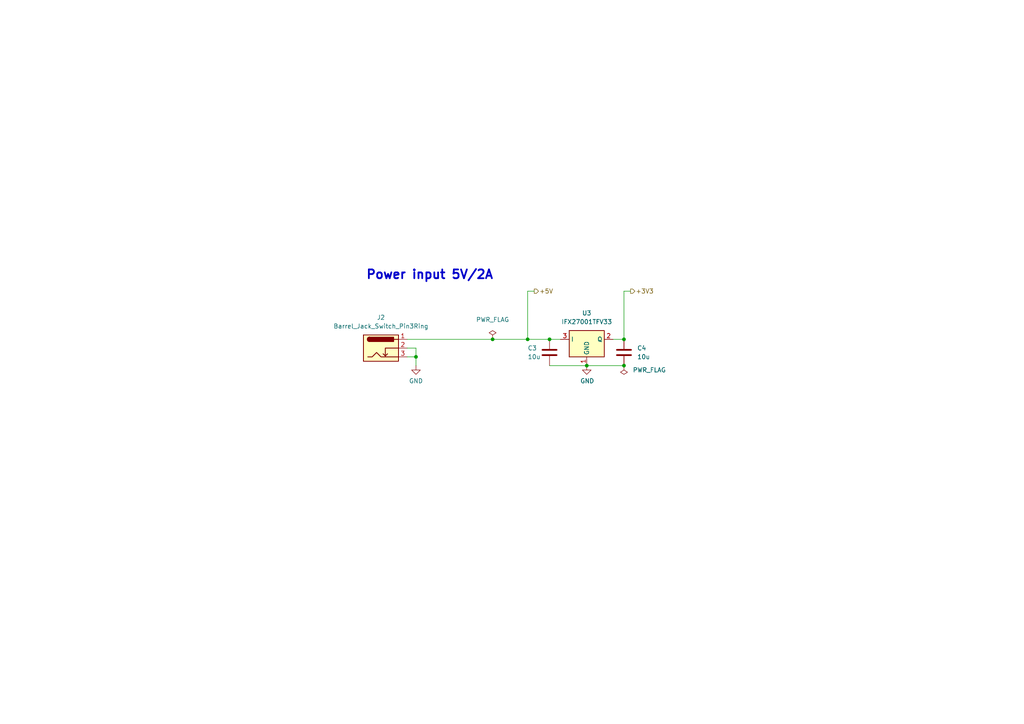
<source format=kicad_sch>
(kicad_sch (version 20211123) (generator eeschema)
  (paper "A4")
  (lib_symbols
    (symbol "Connector:Barrel_Jack_Switch_Pin3Ring" (pin_names hide)
      (property "Reference" "J" (at 0 5.334 0))
      (property "Value" "Barrel_Jack_Switch_Pin3Ring" (at 0 -5.08 0))
      (symbol "Barrel_Jack_Switch_Pin3Ring_0_1"
        (rectangle (start -5.08 3.81) (end 5.08 -3.81) (stroke (width 0.254)) (fill (type background)))
        (arc (start -3.302 3.175) (mid -3.937 2.54) (end -3.302 1.905) (stroke (width 0.254)))
        (arc (start -3.302 3.175) (mid -3.937 2.54) (end -3.302 1.905) (stroke (width 0.254)) (fill (type outline)))
        (polyline (pts (xy 1.27 -2.286) (xy 1.905 -1.651)) (stroke (width 0.254)))
        (polyline (pts (xy 5.08 2.54) (xy 3.81 2.54)) (stroke (width 0.254)))
        (polyline (pts (xy 5.08 0) (xy 1.27 0) (xy 1.27 -2.286) (xy 0.635 -1.651)) (stroke (width 0.254)))
        (polyline (pts (xy -3.81 -2.54) (xy -2.54 -2.54) (xy -1.27 -1.27) (xy 0 -2.54) (xy 2.54 -2.54) (xy 5.08 -2.54)) (stroke (width 0.254)))
        (rectangle (start 3.683 3.175) (end -3.302 1.905) (stroke (width 0.254)) (fill (type outline)))
      )
      (symbol "Barrel_Jack_Switch_Pin3Ring_1_1"
        (pin passive line (at 7.62 2.54 180) (length 2.54) (name "~") (number "1"))
        (pin passive line (at 7.62 0 180) (length 2.54) (name "~") (number "2"))
        (pin passive line (at 7.62 -2.54 180) (length 2.54) (name "~") (number "3"))
      )
    )
    (symbol "Device:C" (pin_numbers hide) (pin_names (offset 0.254))
      (property "Reference" "C" (at 0.635 2.54 0))
      (property "Value" "C" (at 0.635 -2.54 0))
      (symbol "C_0_1"
        (polyline (pts (xy -2.032 -0.762) (xy 2.032 -0.762)) (stroke (width 0.508)))
        (polyline (pts (xy -2.032 0.762) (xy 2.032 0.762)) (stroke (width 0.508)))
      )
      (symbol "C_1_1"
        (pin passive line (at 0 3.81 270) (length 2.794) (name "~") (number "1"))
        (pin passive line (at 0 -3.81 90) (length 2.794) (name "~") (number "2"))
      )
    )
    (symbol "Regulator_Linear:IFX27001TFV33"
      (property "Reference" "U" (at 0 6.35 0))
      (property "Value" "IFX27001TFV33" (at 0 3.81 0))
      (symbol "IFX27001TFV33_1_1"
        (rectangle (start -5.08 2.54) (end 5.08 -5.08) (stroke (width 0.254)) (fill (type background)))
        (pin power_in line (at 0 -7.62 90) (length 2.54) (name "GND") (number "1"))
        (pin power_out line (at 7.62 0 180) (length 2.54) (name "Q") (number "2"))
        (pin power_in line (at -7.62 0 0) (length 2.54) (name "I") (number "3"))
      )
    )
    (symbol "power:GND" (power) (pin_names (offset 0))
      (property "Value" "GND" (at 0 -3.81 0))
      (symbol "GND_0_1"
        (polyline (pts (xy 0 0) (xy 0 -1.27) (xy 1.27 -1.27) (xy 0 -2.54) (xy -1.27 -1.27) (xy 0 -1.27)))
      )
      (symbol "GND_1_1"
        (pin power_in line (at 0 0 270) (length 0) hide (name "GND") (number "1"))
      )
    )
    (symbol "power:PWR_FLAG" (power) (pin_numbers hide) (pin_names (offset 0) hide)
      (property "Value" "PWR_FLAG" (at 0 3.81 0))
      (symbol "PWR_FLAG_0_0"
        (pin power_out line (at 0 0 90) (length 0) (name "pwr") (number "1"))
      )
      (symbol "PWR_FLAG_0_1"
        (polyline (pts (xy 0 0) (xy 0 1.27) (xy -1.016 1.905) (xy 0 2.54) (xy 1.016 1.905) (xy 0 1.27)))
      )
    )
  )
  (junction (at 120.65 103.505))
  (junction (at 170.18 106.045))
  (junction (at 159.385 98.425))
  (junction (at 153.035 98.425))
  (junction (at 142.875 98.425))
  (junction (at 180.975 98.425))
  (junction (at 180.975 106.045))
  (wire (pts (xy 180.975 84.455) (xy 182.88 84.455)))
  (wire (pts (xy 154.94 84.455) (xy 153.035 84.455)))
  (wire (pts (xy 118.11 98.425) (xy 142.875 98.425)))
  (wire (pts (xy 159.385 106.045) (xy 170.18 106.045)))
  (wire (pts (xy 118.11 100.965) (xy 120.65 100.965)))
  (wire (pts (xy 142.875 98.425) (xy 153.035 98.425)))
  (wire (pts (xy 153.035 98.425) (xy 159.385 98.425)))
  (wire (pts (xy 118.11 103.505) (xy 120.65 103.505)))
  (wire (pts (xy 177.8 98.425) (xy 180.975 98.425)))
  (wire (pts (xy 153.035 84.455) (xy 153.035 98.425)))
  (wire (pts (xy 120.65 103.505) (xy 120.65 100.965)))
  (wire (pts (xy 120.65 106.045) (xy 120.65 103.505)))
  (wire (pts (xy 170.18 106.045) (xy 180.975 106.045)))
  (wire (pts (xy 159.385 98.425) (xy 162.56 98.425)))
  (wire (pts (xy 180.975 98.425) (xy 180.975 84.455)))
  (text "Power input 5V/2A" (at 106.045 81.28 0) (effects (font (size 2.54 2.54) (thickness 0.508) bold) (justify left bottom)))
  (hierarchical_label "+5V" (shape output) (at 154.94 84.455 0))
  (hierarchical_label "+3V3" (shape output) (at 182.88 84.455 0))
  (symbol (lib_id "Regulator_Linear:IFX27001TFV33") (at 170.18 98.425 0) (unit 1)
    (property "Reference" "U3" (at 170.18 90.805 0))
    (property "Value" "IFX27001TFV33" (at 170.18 93.345 0))
    (property "Footprint" "Package_TO_SOT_SMD:TO-252-3_TabPin2" (effects hide))
    (property "Datasheet" "https://static6.arrow.com/aropdfconversion/dc75757ae45a88e5f69bdce3f2a651a5fe0ca07d/ifx27001_ds_10.pdf" (effects hide))
    (property "Replacement" "NCP1117DT33G" (effects hide))
    (property "Lomex" "89-25-59" (effects hide))
  )
  (symbol (lib_id "power:GND") (at 120.65 106.045 0) (unit 1)
    (property "Reference" "#PWR0117" (effects hide))
    (property "Value" "GND" (at 120.65 110.49 0))
  )
  (symbol (lib_id "Device:C") (at 180.975 102.235 0) (unit 1)
    (property "Reference" "C4" (at 184.785 100.9649 0) (effects (justify left)))
    (property "Value" "10u" (at 184.785 103.5049 0) (effects (justify left)))
    (property "Footprint" "Capacitor_SMD:C_0805_2012Metric" (effects hide))
  )
  (symbol (lib_id "Connector:Barrel_Jack_Switch_Pin3Ring") (at 110.49 100.965 0) (unit 1)
    (property "Reference" "J2" (at 110.49 92.075 0))
    (property "Value" "Barrel_Jack_Switch_Pin3Ring" (at 110.49 94.615 0))
    (property "Footprint" "Connector_BarrelJack:BarrelJack_Horizontal" (effects hide))
  )
  (symbol (lib_id "power:PWR_FLAG") (at 180.975 106.045 180) (unit 1)
    (property "Reference" "#FLG0101" (effects hide))
    (property "Value" "PWR_FLAG" (at 183.515 107.3149 0) (effects (justify right)))
  )
  (symbol (lib_id "power:GND") (at 170.18 106.045 0) (unit 1)
    (property "Reference" "#PWR0118" (effects hide))
    (property "Value" "GND" (at 168.275 110.49 0) (effects (justify left)))
  )
  (symbol (lib_id "Device:C") (at 159.385 102.235 0) (unit 1)
    (property "Reference" "C3" (at 153.035 100.965 0) (effects (justify left)))
    (property "Value" "10u" (at 153.035 103.505 0) (effects (justify left)))
    (property "Footprint" "Capacitor_SMD:C_0805_2012Metric" (effects hide))
  )
  (symbol (lib_id "power:PWR_FLAG") (at 142.875 98.425 0) (unit 1)
    (property "Reference" "#FLG0102" (effects hide))
    (property "Value" "PWR_FLAG" (at 142.875 92.71 0))
  )
)
</source>
